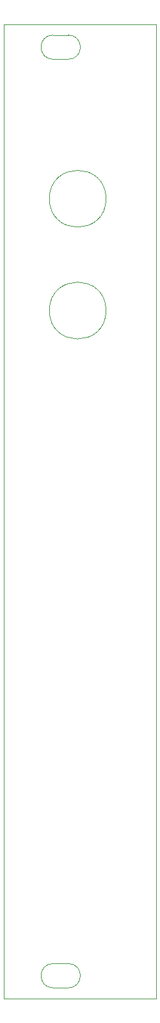
<source format=gbr>
G04 #@! TF.GenerationSoftware,KiCad,Pcbnew,(5.1.5-0)*
G04 #@! TF.CreationDate,2021-01-20T00:49:02-08:00*
G04 #@! TF.ProjectId,bong0,626f6e67-302e-46b6-9963-61645f706362,rev?*
G04 #@! TF.SameCoordinates,Original*
G04 #@! TF.FileFunction,Profile,NP*
%FSLAX46Y46*%
G04 Gerber Fmt 4.6, Leading zero omitted, Abs format (unit mm)*
G04 Created by KiCad (PCBNEW (5.1.5-0)) date 2021-01-20 00:49:02*
%MOMM*%
%LPD*%
G04 APERTURE LIST*
%ADD10C,0.050000*%
G04 APERTURE END LIST*
D10*
X13500000Y-37750000D02*
G75*
G03X13500000Y-37750000I-3750000J0D01*
G01*
X13500000Y-23000000D02*
G75*
G03X13500000Y-23000000I-3750000J0D01*
G01*
X8500000Y-123900000D02*
G75*
G02X8500000Y-127100000I0J-1600000D01*
G01*
X6500000Y-123900000D02*
X8500000Y-123900000D01*
X6500000Y-127100000D02*
G75*
G02X6500000Y-123900000I0J1600000D01*
G01*
X6500000Y-127100000D02*
X8500000Y-127100000D01*
X8500000Y-1400000D02*
G75*
G02X8500000Y-4600000I0J-1600000D01*
G01*
X6500000Y-1400000D02*
X8500000Y-1400000D01*
X6500000Y-4600000D02*
G75*
G02X6500000Y-1400000I0J1600000D01*
G01*
X6500000Y-4600000D02*
X8500000Y-4600000D01*
X0Y-128500000D02*
X0Y0D01*
X20100000Y-128500000D02*
X0Y-128500000D01*
X20100000Y0D02*
X20100000Y-128500000D01*
X0Y0D02*
X20100000Y0D01*
M02*

</source>
